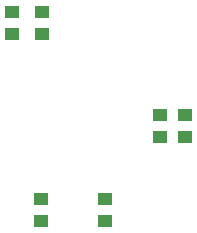
<source format=gbr>
G04 DipTrace 3.0.0.2*
G04 BottomPaste.gbr*
%MOIN*%
G04 #@! TF.FileFunction,Paste,Bot*
G04 #@! TF.Part,Single*
%ADD69R,0.051055X0.043181*%
%FSLAX26Y26*%
G04*
G70*
G90*
G75*
G01*
G04 BotPaste*
%LPD*%
D69*
X1206500Y594000D3*
Y519197D3*
X1392030Y798549D3*
Y873352D3*
X1473377Y798454D3*
Y873257D3*
X898377Y1217201D3*
Y1142398D3*
X998375Y1217201D3*
Y1142398D3*
X994000Y594000D3*
Y519197D3*
M02*

</source>
